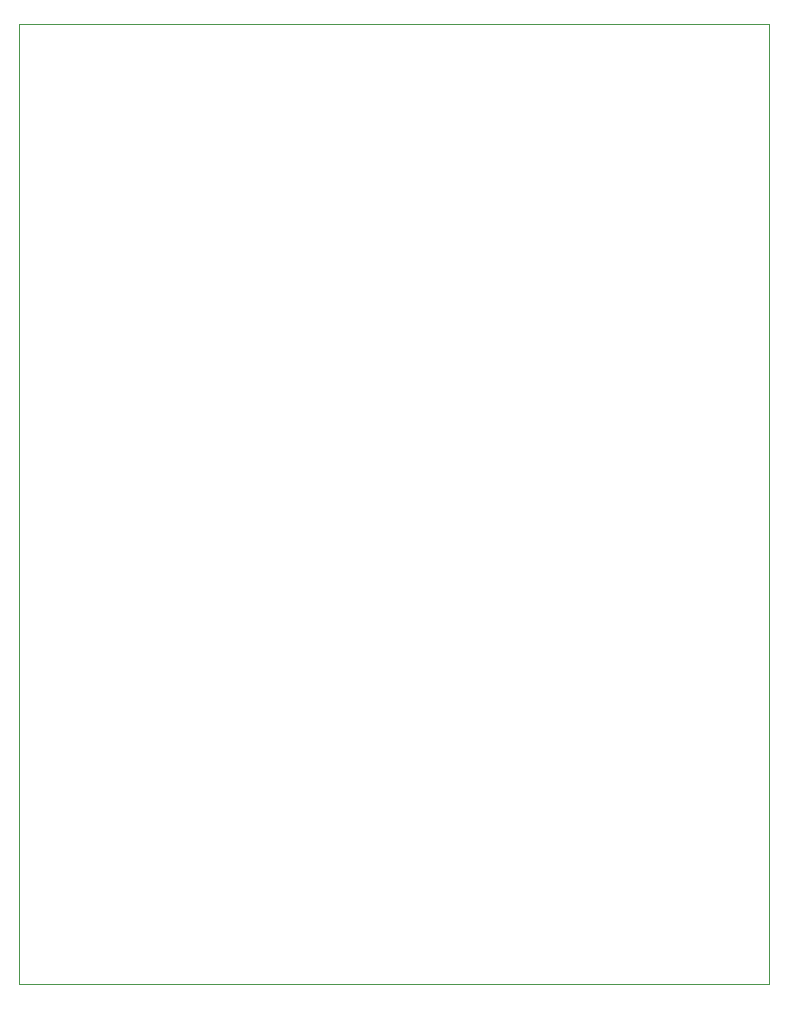
<source format=gbr>
%TF.GenerationSoftware,KiCad,Pcbnew,6.0.6*%
%TF.CreationDate,2022-09-05T11:32:40-04:00*%
%TF.ProjectId,mpio8,6d70696f-382e-46b6-9963-61645f706362,rev?*%
%TF.SameCoordinates,Original*%
%TF.FileFunction,Profile,NP*%
%FSLAX46Y46*%
G04 Gerber Fmt 4.6, Leading zero omitted, Abs format (unit mm)*
G04 Created by KiCad (PCBNEW 6.0.6) date 2022-09-05 11:32:40*
%MOMM*%
%LPD*%
G01*
G04 APERTURE LIST*
%TA.AperFunction,Profile*%
%ADD10C,0.100000*%
%TD*%
G04 APERTURE END LIST*
D10*
X76200000Y-55880000D02*
X139700000Y-55880000D01*
X139700000Y-55880000D02*
X139700000Y-137160000D01*
X139700000Y-137160000D02*
X76200000Y-137160000D01*
X76200000Y-137160000D02*
X76200000Y-55880000D01*
M02*

</source>
